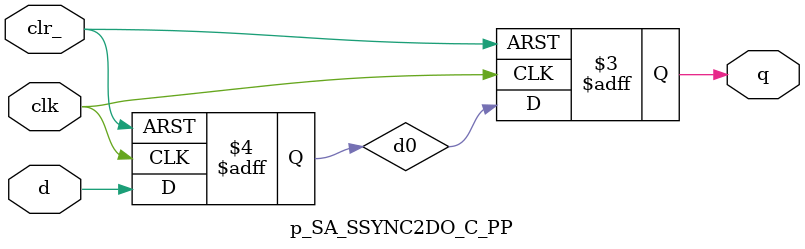
<source format=v>
module p_SA_SSYNC2DO_C_PP (
  clk
 ,d
 ,clr_
 ,q
 );
//---------------------------------------
//IO DECLARATIONS
input clk ;
input d ;
input clr_ ;
output q ;
reg q,d0;
always @(posedge clk or negedge clr_)
begin
    if(~clr_)
        {q,d0} <= 2'd0;
    else
        {q,d0} <= {d0,d};
end
endmodule

</source>
